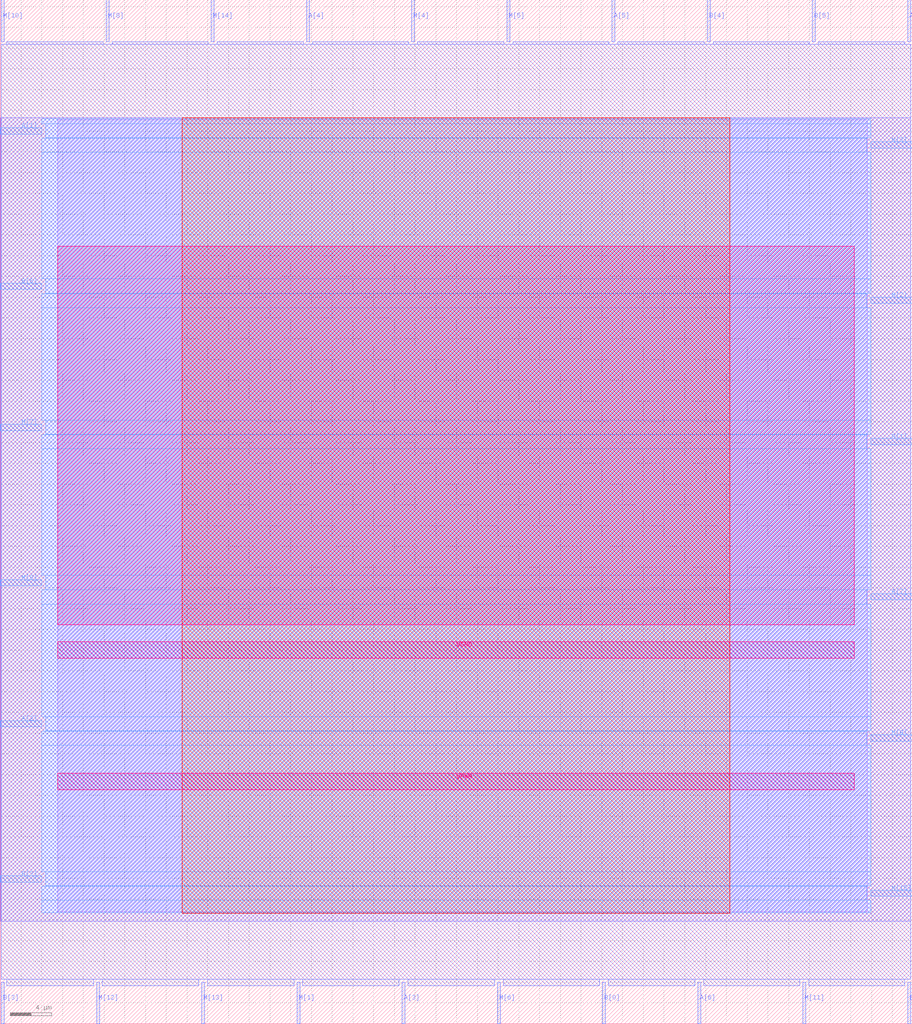
<source format=lef>
VERSION 5.7 ;
  NOWIREEXTENSIONATPIN ON ;
  DIVIDERCHAR "/" ;
  BUSBITCHARS "[]" ;
MACRO dvsd_8216m9
  CLASS BLOCK ;
  FOREIGN dvsd_8216m9 ;
  ORIGIN 0.000 0.000 ;
  SIZE 87.920 BY 98.640 ;
  PIN A[0]
    DIRECTION INPUT ;
    USE SIGNAL ;
    PORT
      LAYER met2 ;
        RECT 87.490 94.640 87.770 98.640 ;
    END
  END A[0]
  PIN A[1]
    DIRECTION INPUT ;
    USE SIGNAL ;
    PORT
      LAYER met3 ;
        RECT 0.000 85.720 4.000 86.320 ;
    END
  END A[1]
  PIN A[2]
    DIRECTION INPUT ;
    USE SIGNAL ;
    PORT
      LAYER met3 ;
        RECT 0.000 28.600 4.000 29.200 ;
    END
  END A[2]
  PIN A[3]
    DIRECTION INPUT ;
    USE SIGNAL ;
    PORT
      LAYER met2 ;
        RECT 38.730 0.000 39.010 4.000 ;
    END
  END A[3]
  PIN A[4]
    DIRECTION INPUT ;
    USE SIGNAL ;
    PORT
      LAYER met2 ;
        RECT 29.530 94.640 29.810 98.640 ;
    END
  END A[4]
  PIN A[5]
    DIRECTION INPUT ;
    USE SIGNAL ;
    PORT
      LAYER met2 ;
        RECT 58.970 94.640 59.250 98.640 ;
    END
  END A[5]
  PIN A[6]
    DIRECTION INPUT ;
    USE SIGNAL ;
    PORT
      LAYER met2 ;
        RECT 67.250 0.000 67.530 4.000 ;
    END
  END A[6]
  PIN A[7]
    DIRECTION INPUT ;
    USE SIGNAL ;
    PORT
      LAYER met3 ;
        RECT 83.920 40.840 87.920 41.440 ;
    END
  END A[7]
  PIN B[0]
    DIRECTION INPUT ;
    USE SIGNAL ;
    PORT
      LAYER met2 ;
        RECT 58.050 0.000 58.330 4.000 ;
    END
  END B[0]
  PIN B[1]
    DIRECTION INPUT ;
    USE SIGNAL ;
    PORT
      LAYER met3 ;
        RECT 83.920 55.800 87.920 56.400 ;
    END
  END B[1]
  PIN B[2]
    DIRECTION INPUT ;
    USE SIGNAL ;
    PORT
      LAYER met3 ;
        RECT 0.000 13.640 4.000 14.240 ;
    END
  END B[2]
  PIN B[3]
    DIRECTION INPUT ;
    USE SIGNAL ;
    PORT
      LAYER met2 ;
        RECT 0.090 0.000 0.370 4.000 ;
    END
  END B[3]
  PIN B[4]
    DIRECTION INPUT ;
    USE SIGNAL ;
    PORT
      LAYER met2 ;
        RECT 68.170 94.640 68.450 98.640 ;
    END
  END B[4]
  PIN B[5]
    DIRECTION INPUT ;
    USE SIGNAL ;
    PORT
      LAYER met2 ;
        RECT 78.290 94.640 78.570 98.640 ;
    END
  END B[5]
  PIN B[6]
    DIRECTION INPUT ;
    USE SIGNAL ;
    PORT
      LAYER met3 ;
        RECT 0.000 70.760 4.000 71.360 ;
    END
  END B[6]
  PIN B[7]
    DIRECTION INPUT ;
    USE SIGNAL ;
    PORT
      LAYER met2 ;
        RECT 87.490 0.000 87.770 4.000 ;
    END
  END B[7]
  PIN M[0]
    DIRECTION OUTPUT TRISTATE ;
    USE SIGNAL ;
    PORT
      LAYER met3 ;
        RECT 0.000 42.200 4.000 42.800 ;
    END
  END M[0]
  PIN M[10]
    DIRECTION OUTPUT TRISTATE ;
    USE SIGNAL ;
    PORT
      LAYER met2 ;
        RECT 0.090 94.640 0.370 98.640 ;
    END
  END M[10]
  PIN M[11]
    DIRECTION OUTPUT TRISTATE ;
    USE SIGNAL ;
    PORT
      LAYER met2 ;
        RECT 77.370 0.000 77.650 4.000 ;
    END
  END M[11]
  PIN M[12]
    DIRECTION OUTPUT TRISTATE ;
    USE SIGNAL ;
    PORT
      LAYER met2 ;
        RECT 9.290 0.000 9.570 4.000 ;
    END
  END M[12]
  PIN M[13]
    DIRECTION OUTPUT TRISTATE ;
    USE SIGNAL ;
    PORT
      LAYER met2 ;
        RECT 19.410 0.000 19.690 4.000 ;
    END
  END M[13]
  PIN M[14]
    DIRECTION OUTPUT TRISTATE ;
    USE SIGNAL ;
    PORT
      LAYER met2 ;
        RECT 20.330 94.640 20.610 98.640 ;
    END
  END M[14]
  PIN M[15]
    DIRECTION OUTPUT TRISTATE ;
    USE SIGNAL ;
    PORT
      LAYER met3 ;
        RECT 83.920 12.280 87.920 12.880 ;
    END
  END M[15]
  PIN M[1]
    DIRECTION OUTPUT TRISTATE ;
    USE SIGNAL ;
    PORT
      LAYER met2 ;
        RECT 28.610 0.000 28.890 4.000 ;
    END
  END M[1]
  PIN M[2]
    DIRECTION OUTPUT TRISTATE ;
    USE SIGNAL ;
    PORT
      LAYER met3 ;
        RECT 83.920 69.400 87.920 70.000 ;
    END
  END M[2]
  PIN M[3]
    DIRECTION OUTPUT TRISTATE ;
    USE SIGNAL ;
    PORT
      LAYER met3 ;
        RECT 83.920 84.360 87.920 84.960 ;
    END
  END M[3]
  PIN M[4]
    DIRECTION OUTPUT TRISTATE ;
    USE SIGNAL ;
    PORT
      LAYER met2 ;
        RECT 39.650 94.640 39.930 98.640 ;
    END
  END M[4]
  PIN M[5]
    DIRECTION OUTPUT TRISTATE ;
    USE SIGNAL ;
    PORT
      LAYER met2 ;
        RECT 48.850 94.640 49.130 98.640 ;
    END
  END M[5]
  PIN M[6]
    DIRECTION OUTPUT TRISTATE ;
    USE SIGNAL ;
    PORT
      LAYER met2 ;
        RECT 47.930 0.000 48.210 4.000 ;
    END
  END M[6]
  PIN M[7]
    DIRECTION OUTPUT TRISTATE ;
    USE SIGNAL ;
    PORT
      LAYER met3 ;
        RECT 0.000 57.160 4.000 57.760 ;
    END
  END M[7]
  PIN M[8]
    DIRECTION OUTPUT TRISTATE ;
    USE SIGNAL ;
    PORT
      LAYER met2 ;
        RECT 10.210 94.640 10.490 98.640 ;
    END
  END M[8]
  PIN M[9]
    DIRECTION OUTPUT TRISTATE ;
    USE SIGNAL ;
    PORT
      LAYER met3 ;
        RECT 83.920 27.240 87.920 27.840 ;
    END
  END M[9]
  PIN VGND
    DIRECTION INPUT ;
    USE GROUND ;
    PORT
      LAYER met5 ;
        RECT 5.520 35.230 82.340 36.830 ;
    END
  END VGND
  PIN VPWR
    DIRECTION INPUT ;
    USE POWER ;
    PORT
      LAYER met5 ;
        RECT 5.520 22.530 82.340 24.130 ;
    END
  END VPWR
  OBS
      LAYER li1 ;
        RECT 5.520 10.795 83.575 87.125 ;
      LAYER met1 ;
        RECT 0.070 9.900 87.790 87.280 ;
      LAYER met2 ;
        RECT 0.650 94.360 9.930 94.640 ;
        RECT 10.770 94.360 20.050 94.640 ;
        RECT 20.890 94.360 29.250 94.640 ;
        RECT 30.090 94.360 39.370 94.640 ;
        RECT 40.210 94.360 48.570 94.640 ;
        RECT 49.410 94.360 58.690 94.640 ;
        RECT 59.530 94.360 67.890 94.640 ;
        RECT 68.730 94.360 78.010 94.640 ;
        RECT 78.850 94.360 87.210 94.640 ;
        RECT 0.100 4.280 87.760 94.360 ;
        RECT 0.650 3.670 9.010 4.280 ;
        RECT 9.850 3.670 19.130 4.280 ;
        RECT 19.970 3.670 28.330 4.280 ;
        RECT 29.170 3.670 38.450 4.280 ;
        RECT 39.290 3.670 47.650 4.280 ;
        RECT 48.490 3.670 57.770 4.280 ;
        RECT 58.610 3.670 66.970 4.280 ;
        RECT 67.810 3.670 77.090 4.280 ;
        RECT 77.930 3.670 87.210 4.280 ;
      LAYER met3 ;
        RECT 4.000 86.720 83.920 87.205 ;
        RECT 4.400 85.360 83.920 86.720 ;
        RECT 4.400 85.320 83.520 85.360 ;
        RECT 4.000 83.960 83.520 85.320 ;
        RECT 4.000 71.760 83.920 83.960 ;
        RECT 4.400 70.400 83.920 71.760 ;
        RECT 4.400 70.360 83.520 70.400 ;
        RECT 4.000 69.000 83.520 70.360 ;
        RECT 4.000 58.160 83.920 69.000 ;
        RECT 4.400 56.800 83.920 58.160 ;
        RECT 4.400 56.760 83.520 56.800 ;
        RECT 4.000 55.400 83.520 56.760 ;
        RECT 4.000 43.200 83.920 55.400 ;
        RECT 4.400 41.840 83.920 43.200 ;
        RECT 4.400 41.800 83.520 41.840 ;
        RECT 4.000 40.440 83.520 41.800 ;
        RECT 4.000 29.600 83.920 40.440 ;
        RECT 4.400 28.240 83.920 29.600 ;
        RECT 4.400 28.200 83.520 28.240 ;
        RECT 4.000 26.840 83.520 28.200 ;
        RECT 4.000 14.640 83.920 26.840 ;
        RECT 4.400 13.280 83.920 14.640 ;
        RECT 4.400 13.240 83.520 13.280 ;
        RECT 4.000 11.880 83.520 13.240 ;
        RECT 4.000 10.715 83.920 11.880 ;
      LAYER met4 ;
        RECT 17.520 10.640 70.335 87.280 ;
      LAYER met5 ;
        RECT 5.520 38.430 82.340 74.905 ;
  END
END dvsd_8216m9
END LIBRARY


</source>
